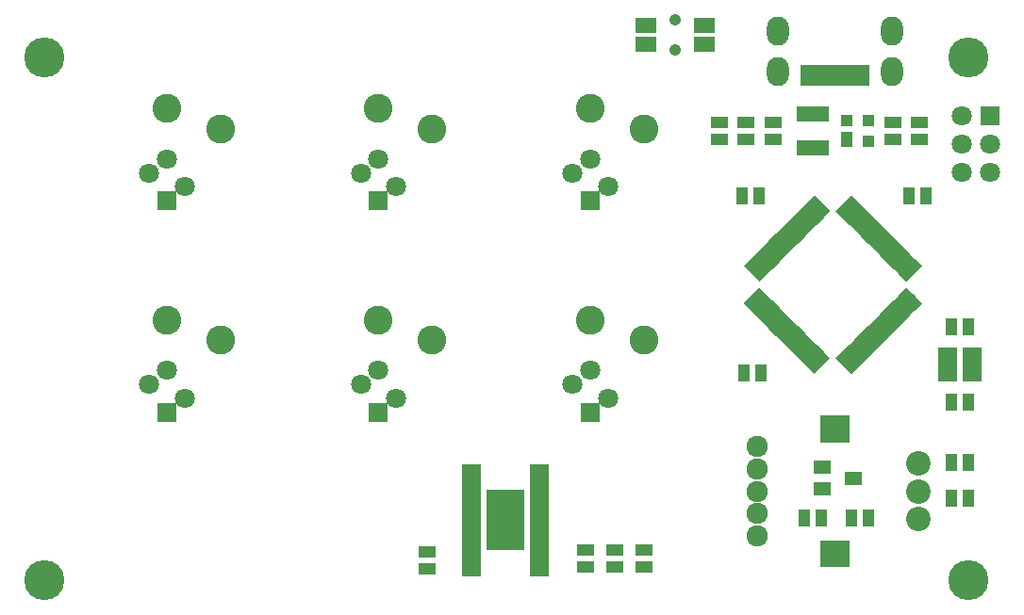
<source format=gbr>
G04 #@! TF.GenerationSoftware,KiCad,Pcbnew,(5.1.0)-1*
G04 #@! TF.CreationDate,2019-05-21T18:44:38+09:00*
G04 #@! TF.ProjectId,sunmeishi,73756e6d-6569-4736-9869-2e6b69636164,rev?*
G04 #@! TF.SameCoordinates,Original*
G04 #@! TF.FileFunction,Soldermask,Bot*
G04 #@! TF.FilePolarity,Negative*
%FSLAX46Y46*%
G04 Gerber Fmt 4.6, Leading zero omitted, Abs format (unit mm)*
G04 Created by KiCad (PCBNEW (5.1.0)-1) date 2019-05-21 18:44:38*
%MOMM*%
%LPD*%
G04 APERTURE LIST*
%ADD10O,2.000000X2.600000*%
%ADD11R,1.550000X1.900000*%
%ADD12R,0.800000X1.900000*%
%ADD13R,1.600760X1.200100*%
%ADD14R,1.600000X1.200100*%
%ADD15C,2.600000*%
%ADD16R,1.543000X1.035000*%
%ADD17C,3.600400*%
%ADD18C,1.050000*%
%ADD19R,1.950000X1.400000*%
%ADD20C,1.924000*%
%ADD21C,2.200000*%
%ADD22C,2.400000*%
%ADD23C,1.000000*%
%ADD24R,1.797000X1.797000*%
%ADD25C,1.797000*%
%ADD26R,1.800000X1.800000*%
%ADD27C,1.800000*%
%ADD28R,1.035000X1.543000*%
%ADD29R,2.899360X1.400760*%
%ADD30R,1.100000X1.000000*%
%ADD31R,1.100000X1.400000*%
%ADD32C,0.960000*%
%ADD33R,1.750000X0.650000*%
%ADD34R,1.750000X0.850000*%
%ADD35R,3.400000X5.440000*%
%ADD36R,1.000000X1.100000*%
%ADD37R,1.800000X1.600000*%
G04 APERTURE END LIST*
D10*
X169900000Y-71600000D03*
X180100000Y-71600000D03*
X169900000Y-75300000D03*
D11*
X172675000Y-75600000D03*
X177325000Y-75600000D03*
D12*
X176300000Y-75600000D03*
X175000000Y-75600000D03*
D10*
X180100000Y-75300000D03*
D12*
X175650000Y-75600000D03*
X174350000Y-75600000D03*
X173700000Y-75600000D03*
D13*
X176598880Y-111800000D03*
D14*
X173801120Y-112749960D03*
D13*
X173801120Y-110850040D03*
D15*
X153000000Y-97600000D03*
X157800000Y-99400000D03*
X134000000Y-97600000D03*
X138800000Y-99400000D03*
X119800000Y-99400000D03*
X115000000Y-97600000D03*
X157800000Y-80400000D03*
X153000000Y-78600000D03*
X134000000Y-78600000D03*
X138800000Y-80400000D03*
X119800000Y-80400000D03*
X115000000Y-78600000D03*
D16*
X182600000Y-81362000D03*
X182600000Y-79838000D03*
D17*
X104000000Y-74000000D03*
D18*
X160600000Y-73350000D03*
D19*
X157975000Y-71150000D03*
X163225000Y-72850000D03*
X157975000Y-72850000D03*
X163225000Y-71150000D03*
D18*
X160600000Y-70650000D03*
D17*
X187000000Y-121000000D03*
X104000000Y-121000000D03*
X187000000Y-74000000D03*
D20*
X168000000Y-117000000D03*
X168000000Y-115000000D03*
X168000000Y-113000000D03*
X168000000Y-111000000D03*
X168000000Y-109000000D03*
D21*
X182500000Y-115500000D03*
X182500000Y-113000000D03*
X182500000Y-110500000D03*
D22*
X175000000Y-118600000D03*
D23*
G36*
X176300000Y-119800000D02*
G01*
X173700000Y-119800000D01*
X173700000Y-117400000D01*
X176300000Y-117400000D01*
X176300000Y-119800000D01*
X176300000Y-119800000D01*
G37*
D22*
X175000000Y-107400000D03*
D23*
G36*
X176300000Y-108600000D02*
G01*
X173700000Y-108600000D01*
X173700000Y-106200000D01*
X176300000Y-106200000D01*
X176300000Y-108600000D01*
X176300000Y-108600000D01*
G37*
D24*
X188900000Y-79260000D03*
D25*
X186360000Y-79260000D03*
X188900000Y-81800000D03*
X186360000Y-81800000D03*
X188900000Y-84340000D03*
X186360000Y-84340000D03*
D26*
X153000000Y-105875000D03*
D27*
X154600000Y-104625000D03*
X151400000Y-103375000D03*
X153000000Y-102125000D03*
X134000000Y-102125000D03*
X132400000Y-103375000D03*
X135600000Y-104625000D03*
D26*
X134000000Y-105875000D03*
X115000000Y-105875000D03*
D27*
X116600000Y-104625000D03*
X113400000Y-103375000D03*
X115000000Y-102125000D03*
X153000000Y-83125000D03*
X151400000Y-84375000D03*
X154600000Y-85625000D03*
D26*
X153000000Y-86875000D03*
X134000000Y-86875000D03*
D27*
X135600000Y-85625000D03*
X132400000Y-84375000D03*
X134000000Y-83125000D03*
X115000000Y-83125000D03*
X113400000Y-84375000D03*
X116600000Y-85625000D03*
D26*
X115000000Y-86875000D03*
D16*
X167000000Y-81362000D03*
X167000000Y-79838000D03*
D28*
X166638000Y-86400000D03*
X168162000Y-86400000D03*
X185438000Y-105000000D03*
X186962000Y-105000000D03*
X185438000Y-98200000D03*
X186962000Y-98200000D03*
D16*
X169400000Y-79838000D03*
X169400000Y-81362000D03*
D28*
X183162000Y-86400000D03*
X181638000Y-86400000D03*
X166838000Y-102400000D03*
X168362000Y-102400000D03*
D16*
X152600000Y-119762000D03*
X152600000Y-118238000D03*
D29*
X173000000Y-79098860D03*
X173000000Y-82101140D03*
D16*
X155200000Y-119762000D03*
X155200000Y-118238000D03*
X157800000Y-118238000D03*
X157800000Y-119762000D03*
X180200000Y-81362000D03*
X180200000Y-79838000D03*
X164600000Y-79838000D03*
X164600000Y-81362000D03*
X138400000Y-119962000D03*
X138400000Y-118438000D03*
D28*
X185438000Y-113600000D03*
X186962000Y-113600000D03*
X185438000Y-110400000D03*
X186962000Y-110400000D03*
D30*
X176000000Y-79650000D03*
X178000000Y-79650000D03*
X178000000Y-81550000D03*
D31*
X176000000Y-81350000D03*
D32*
X176108148Y-87434998D03*
D23*
G36*
X176475844Y-86388480D02*
G01*
X177154666Y-87067302D01*
X175740452Y-88481516D01*
X175061630Y-87802694D01*
X176475844Y-86388480D01*
X176475844Y-86388480D01*
G37*
D32*
X176673833Y-88000684D03*
D23*
G36*
X177041529Y-86954166D02*
G01*
X177720351Y-87632988D01*
X176306137Y-89047202D01*
X175627315Y-88368380D01*
X177041529Y-86954166D01*
X177041529Y-86954166D01*
G37*
D32*
X177239518Y-88566369D03*
D23*
G36*
X177607214Y-87519851D02*
G01*
X178286036Y-88198673D01*
X176871822Y-89612887D01*
X176193000Y-88934065D01*
X177607214Y-87519851D01*
X177607214Y-87519851D01*
G37*
D32*
X177805204Y-89132054D03*
D23*
G36*
X178172900Y-88085536D02*
G01*
X178851722Y-88764358D01*
X177437508Y-90178572D01*
X176758686Y-89499750D01*
X178172900Y-88085536D01*
X178172900Y-88085536D01*
G37*
D32*
X178370889Y-89697740D03*
D23*
G36*
X178738585Y-88651222D02*
G01*
X179417407Y-89330044D01*
X178003193Y-90744258D01*
X177324371Y-90065436D01*
X178738585Y-88651222D01*
X178738585Y-88651222D01*
G37*
D32*
X178936575Y-90263425D03*
D23*
G36*
X179304271Y-89216907D02*
G01*
X179983093Y-89895729D01*
X178568879Y-91309943D01*
X177890057Y-90631121D01*
X179304271Y-89216907D01*
X179304271Y-89216907D01*
G37*
D32*
X179502260Y-90829111D03*
D23*
G36*
X179869956Y-89782593D02*
G01*
X180548778Y-90461415D01*
X179134564Y-91875629D01*
X178455742Y-91196807D01*
X179869956Y-89782593D01*
X179869956Y-89782593D01*
G37*
D32*
X180067946Y-91394796D03*
D23*
G36*
X180435642Y-90348278D02*
G01*
X181114464Y-91027100D01*
X179700250Y-92441314D01*
X179021428Y-91762492D01*
X180435642Y-90348278D01*
X180435642Y-90348278D01*
G37*
D32*
X180633631Y-91960482D03*
D23*
G36*
X181001327Y-90913964D02*
G01*
X181680149Y-91592786D01*
X180265935Y-93007000D01*
X179587113Y-92328178D01*
X181001327Y-90913964D01*
X181001327Y-90913964D01*
G37*
D32*
X181199316Y-92526167D03*
D23*
G36*
X181567012Y-91479649D02*
G01*
X182245834Y-92158471D01*
X180831620Y-93572685D01*
X180152798Y-92893863D01*
X181567012Y-91479649D01*
X181567012Y-91479649D01*
G37*
D32*
X181765002Y-93091852D03*
D23*
G36*
X182132698Y-92045334D02*
G01*
X182811520Y-92724156D01*
X181397306Y-94138370D01*
X180718484Y-93459548D01*
X182132698Y-92045334D01*
X182132698Y-92045334D01*
G37*
D32*
X181765002Y-95708148D03*
D23*
G36*
X182811520Y-96075844D02*
G01*
X182132698Y-96754666D01*
X180718484Y-95340452D01*
X181397306Y-94661630D01*
X182811520Y-96075844D01*
X182811520Y-96075844D01*
G37*
D32*
X181199316Y-96273833D03*
D23*
G36*
X182245834Y-96641529D02*
G01*
X181567012Y-97320351D01*
X180152798Y-95906137D01*
X180831620Y-95227315D01*
X182245834Y-96641529D01*
X182245834Y-96641529D01*
G37*
D32*
X180633631Y-96839518D03*
D23*
G36*
X181680149Y-97207214D02*
G01*
X181001327Y-97886036D01*
X179587113Y-96471822D01*
X180265935Y-95793000D01*
X181680149Y-97207214D01*
X181680149Y-97207214D01*
G37*
D32*
X180067946Y-97405204D03*
D23*
G36*
X181114464Y-97772900D02*
G01*
X180435642Y-98451722D01*
X179021428Y-97037508D01*
X179700250Y-96358686D01*
X181114464Y-97772900D01*
X181114464Y-97772900D01*
G37*
D32*
X179502260Y-97970889D03*
D23*
G36*
X180548778Y-98338585D02*
G01*
X179869956Y-99017407D01*
X178455742Y-97603193D01*
X179134564Y-96924371D01*
X180548778Y-98338585D01*
X180548778Y-98338585D01*
G37*
D32*
X178936575Y-98536575D03*
D23*
G36*
X179983093Y-98904271D02*
G01*
X179304271Y-99583093D01*
X177890057Y-98168879D01*
X178568879Y-97490057D01*
X179983093Y-98904271D01*
X179983093Y-98904271D01*
G37*
D32*
X178370889Y-99102260D03*
D23*
G36*
X179417407Y-99469956D02*
G01*
X178738585Y-100148778D01*
X177324371Y-98734564D01*
X178003193Y-98055742D01*
X179417407Y-99469956D01*
X179417407Y-99469956D01*
G37*
D32*
X177805204Y-99667946D03*
D23*
G36*
X178851722Y-100035642D02*
G01*
X178172900Y-100714464D01*
X176758686Y-99300250D01*
X177437508Y-98621428D01*
X178851722Y-100035642D01*
X178851722Y-100035642D01*
G37*
D32*
X177239518Y-100233631D03*
D23*
G36*
X178286036Y-100601327D02*
G01*
X177607214Y-101280149D01*
X176193000Y-99865935D01*
X176871822Y-99187113D01*
X178286036Y-100601327D01*
X178286036Y-100601327D01*
G37*
D32*
X176673833Y-100799316D03*
D23*
G36*
X177720351Y-101167012D02*
G01*
X177041529Y-101845834D01*
X175627315Y-100431620D01*
X176306137Y-99752798D01*
X177720351Y-101167012D01*
X177720351Y-101167012D01*
G37*
D32*
X176108148Y-101365002D03*
D23*
G36*
X177154666Y-101732698D02*
G01*
X176475844Y-102411520D01*
X175061630Y-100997306D01*
X175740452Y-100318484D01*
X177154666Y-101732698D01*
X177154666Y-101732698D01*
G37*
D32*
X173491852Y-101365002D03*
D23*
G36*
X173859548Y-100318484D02*
G01*
X174538370Y-100997306D01*
X173124156Y-102411520D01*
X172445334Y-101732698D01*
X173859548Y-100318484D01*
X173859548Y-100318484D01*
G37*
D32*
X172926167Y-100799316D03*
D23*
G36*
X173293863Y-99752798D02*
G01*
X173972685Y-100431620D01*
X172558471Y-101845834D01*
X171879649Y-101167012D01*
X173293863Y-99752798D01*
X173293863Y-99752798D01*
G37*
D32*
X172360482Y-100233631D03*
D23*
G36*
X172728178Y-99187113D02*
G01*
X173407000Y-99865935D01*
X171992786Y-101280149D01*
X171313964Y-100601327D01*
X172728178Y-99187113D01*
X172728178Y-99187113D01*
G37*
D32*
X171794796Y-99667946D03*
D23*
G36*
X172162492Y-98621428D02*
G01*
X172841314Y-99300250D01*
X171427100Y-100714464D01*
X170748278Y-100035642D01*
X172162492Y-98621428D01*
X172162492Y-98621428D01*
G37*
D32*
X171229111Y-99102260D03*
D23*
G36*
X171596807Y-98055742D02*
G01*
X172275629Y-98734564D01*
X170861415Y-100148778D01*
X170182593Y-99469956D01*
X171596807Y-98055742D01*
X171596807Y-98055742D01*
G37*
D32*
X170663425Y-98536575D03*
D23*
G36*
X171031121Y-97490057D02*
G01*
X171709943Y-98168879D01*
X170295729Y-99583093D01*
X169616907Y-98904271D01*
X171031121Y-97490057D01*
X171031121Y-97490057D01*
G37*
D32*
X170097740Y-97970889D03*
D23*
G36*
X170465436Y-96924371D02*
G01*
X171144258Y-97603193D01*
X169730044Y-99017407D01*
X169051222Y-98338585D01*
X170465436Y-96924371D01*
X170465436Y-96924371D01*
G37*
D32*
X169532054Y-97405204D03*
D23*
G36*
X169899750Y-96358686D02*
G01*
X170578572Y-97037508D01*
X169164358Y-98451722D01*
X168485536Y-97772900D01*
X169899750Y-96358686D01*
X169899750Y-96358686D01*
G37*
D32*
X168966369Y-96839518D03*
D23*
G36*
X169334065Y-95793000D02*
G01*
X170012887Y-96471822D01*
X168598673Y-97886036D01*
X167919851Y-97207214D01*
X169334065Y-95793000D01*
X169334065Y-95793000D01*
G37*
D32*
X168400684Y-96273833D03*
D23*
G36*
X168768380Y-95227315D02*
G01*
X169447202Y-95906137D01*
X168032988Y-97320351D01*
X167354166Y-96641529D01*
X168768380Y-95227315D01*
X168768380Y-95227315D01*
G37*
D32*
X167834998Y-95708148D03*
D23*
G36*
X168202694Y-94661630D02*
G01*
X168881516Y-95340452D01*
X167467302Y-96754666D01*
X166788480Y-96075844D01*
X168202694Y-94661630D01*
X168202694Y-94661630D01*
G37*
D32*
X167834998Y-93091852D03*
D23*
G36*
X168881516Y-93459548D02*
G01*
X168202694Y-94138370D01*
X166788480Y-92724156D01*
X167467302Y-92045334D01*
X168881516Y-93459548D01*
X168881516Y-93459548D01*
G37*
D32*
X168400684Y-92526167D03*
D23*
G36*
X169447202Y-92893863D02*
G01*
X168768380Y-93572685D01*
X167354166Y-92158471D01*
X168032988Y-91479649D01*
X169447202Y-92893863D01*
X169447202Y-92893863D01*
G37*
D32*
X168966369Y-91960482D03*
D23*
G36*
X170012887Y-92328178D02*
G01*
X169334065Y-93007000D01*
X167919851Y-91592786D01*
X168598673Y-90913964D01*
X170012887Y-92328178D01*
X170012887Y-92328178D01*
G37*
D32*
X169532054Y-91394796D03*
D23*
G36*
X170578572Y-91762492D02*
G01*
X169899750Y-92441314D01*
X168485536Y-91027100D01*
X169164358Y-90348278D01*
X170578572Y-91762492D01*
X170578572Y-91762492D01*
G37*
D32*
X170097740Y-90829111D03*
D23*
G36*
X171144258Y-91196807D02*
G01*
X170465436Y-91875629D01*
X169051222Y-90461415D01*
X169730044Y-89782593D01*
X171144258Y-91196807D01*
X171144258Y-91196807D01*
G37*
D32*
X170663425Y-90263425D03*
D23*
G36*
X171709943Y-90631121D02*
G01*
X171031121Y-91309943D01*
X169616907Y-89895729D01*
X170295729Y-89216907D01*
X171709943Y-90631121D01*
X171709943Y-90631121D01*
G37*
D32*
X171229111Y-89697740D03*
D23*
G36*
X172275629Y-90065436D02*
G01*
X171596807Y-90744258D01*
X170182593Y-89330044D01*
X170861415Y-88651222D01*
X172275629Y-90065436D01*
X172275629Y-90065436D01*
G37*
D32*
X171794796Y-89132054D03*
D23*
G36*
X172841314Y-89499750D02*
G01*
X172162492Y-90178572D01*
X170748278Y-88764358D01*
X171427100Y-88085536D01*
X172841314Y-89499750D01*
X172841314Y-89499750D01*
G37*
D32*
X172360482Y-88566369D03*
D23*
G36*
X173407000Y-88934065D02*
G01*
X172728178Y-89612887D01*
X171313964Y-88198673D01*
X171992786Y-87519851D01*
X173407000Y-88934065D01*
X173407000Y-88934065D01*
G37*
D32*
X172926167Y-88000684D03*
D23*
G36*
X173972685Y-88368380D02*
G01*
X173293863Y-89047202D01*
X171879649Y-87632988D01*
X172558471Y-86954166D01*
X173972685Y-88368380D01*
X173972685Y-88368380D01*
G37*
D32*
X173491852Y-87434998D03*
D23*
G36*
X174538370Y-87802694D02*
G01*
X173859548Y-88481516D01*
X172445334Y-87067302D01*
X173124156Y-86388480D01*
X174538370Y-87802694D01*
X174538370Y-87802694D01*
G37*
D33*
X148450000Y-118100000D03*
X148450000Y-119100000D03*
X148450000Y-117600000D03*
X148450000Y-119600000D03*
X148450000Y-118600000D03*
X148450000Y-117100000D03*
X148450000Y-116600000D03*
X148450000Y-116100000D03*
X148450000Y-115600000D03*
X148450000Y-115100000D03*
X148450000Y-114600000D03*
X148450000Y-114100000D03*
X148450000Y-113600000D03*
X148450000Y-113100000D03*
D34*
X148450000Y-111000000D03*
D33*
X148450000Y-112100000D03*
X148450000Y-111600000D03*
X148450000Y-112600000D03*
X142350000Y-112600000D03*
D34*
X148450000Y-120200000D03*
D33*
X142350000Y-111600000D03*
X142350000Y-112100000D03*
D34*
X142350000Y-111000000D03*
D33*
X142350000Y-113100000D03*
X142350000Y-113600000D03*
X142350000Y-114100000D03*
X142350000Y-114600000D03*
X142350000Y-115100000D03*
X142350000Y-115600000D03*
X142350000Y-116100000D03*
X142350000Y-116600000D03*
X142350000Y-117100000D03*
X142350000Y-118600000D03*
X142350000Y-119600000D03*
X142350000Y-117600000D03*
X142350000Y-119100000D03*
X142350000Y-118100000D03*
D34*
X142350000Y-120200000D03*
D35*
X145400000Y-115600000D03*
D36*
X144325000Y-117650000D03*
X145045000Y-117650000D03*
X145765000Y-117650000D03*
X146485000Y-117650000D03*
X144325000Y-116830000D03*
X145045000Y-116830000D03*
X145765000Y-116830000D03*
X146485000Y-116830000D03*
X144325000Y-116010000D03*
X145045000Y-116010000D03*
X145765000Y-116010000D03*
X146485000Y-116010000D03*
X144325000Y-115190000D03*
X145045000Y-115190000D03*
X145765000Y-115190000D03*
X146485000Y-115190000D03*
X144325000Y-114370000D03*
X145045000Y-114370000D03*
X145765000Y-114370000D03*
X146485000Y-114370000D03*
X144325000Y-113550000D03*
X145045000Y-113550000D03*
X145765000Y-113550000D03*
X146485000Y-113550000D03*
D37*
X185100000Y-102400000D03*
X185100000Y-100800000D03*
X187300000Y-100800000D03*
X187300000Y-102400000D03*
D28*
X176438000Y-115400000D03*
X177962000Y-115400000D03*
X172238000Y-115400000D03*
X173762000Y-115400000D03*
M02*

</source>
